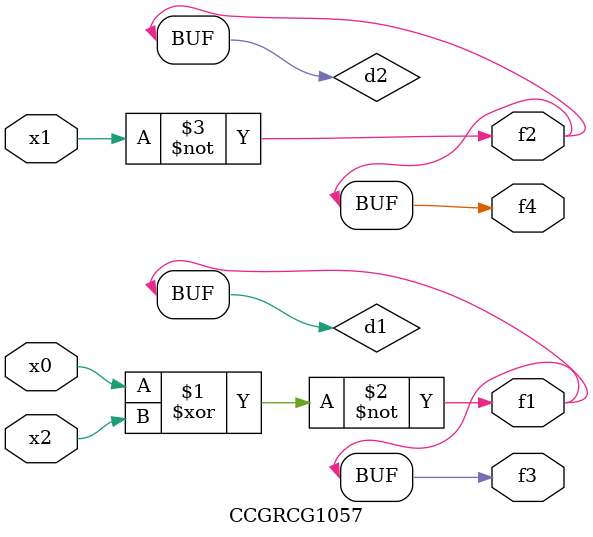
<source format=v>
module CCGRCG1057(
	input x0, x1, x2,
	output f1, f2, f3, f4
);

	wire d1, d2, d3;

	xnor (d1, x0, x2);
	nand (d2, x1);
	nor (d3, x1, x2);
	assign f1 = d1;
	assign f2 = d2;
	assign f3 = d1;
	assign f4 = d2;
endmodule

</source>
